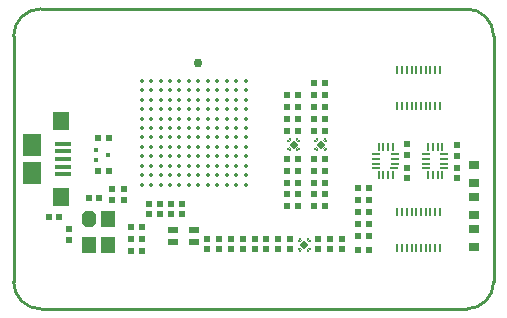
<source format=gtp>
G04*
G04 #@! TF.GenerationSoftware,Altium Limited,Altium Designer,20.1.11 (218)*
G04*
G04 Layer_Color=255*
%FSLAX44Y44*%
%MOMM*%
G71*
G04*
G04 #@! TF.SameCoordinates,FB7AA9F9-362F-42BE-8F52-ADE0DE83CFEB*
G04*
G04*
G04 #@! TF.FilePolarity,Positive*
G04*
G01*
G75*
%ADD22C,0.2540*%
%ADD23R,0.2000X0.7000*%
%ADD24R,0.4500X0.4000*%
%ADD25R,0.8500X0.5000*%
%ADD26R,1.6000X1.9000*%
%ADD27R,1.4000X1.6000*%
%ADD28R,1.3500X0.4000*%
%ADD29R,0.5100X0.6000*%
%ADD30C,0.7500*%
%ADD31C,0.3500*%
G04:AMPARAMS|DCode=32|XSize=1.2mm|YSize=1.4mm|CornerRadius=0mm|HoleSize=0mm|Usage=FLASHONLY|Rotation=0.000|XOffset=0mm|YOffset=0mm|HoleType=Round|Shape=Octagon|*
%AMOCTAGOND32*
4,1,8,-0.3000,0.7000,0.3000,0.7000,0.6000,0.4000,0.6000,-0.4000,0.3000,-0.7000,-0.3000,-0.7000,-0.6000,-0.4000,-0.6000,0.4000,-0.3000,0.7000,0.0*
%
%ADD32OCTAGOND32*%

%ADD33R,1.2000X1.4000*%
%ADD34R,0.2000X0.6500*%
%ADD35R,0.7500X0.2000*%
%ADD36R,0.6500X0.2000*%
%ADD37R,0.6000X0.5100*%
%ADD38R,0.8800X0.7100*%
%ADD39R,0.2600X0.2400*%
%ADD40R,0.1000X0.1000*%
G04:AMPARAMS|DCode=41|XSize=0.1mm|YSize=0.235mm|CornerRadius=0mm|HoleSize=0mm|Usage=FLASHONLY|Rotation=135.000|XOffset=0mm|YOffset=0mm|HoleType=Round|Shape=Rectangle|*
%AMROTATEDRECTD41*
4,1,4,0.1184,0.0477,-0.0477,-0.1184,-0.1184,-0.0477,0.0477,0.1184,0.1184,0.0477,0.0*
%
%ADD41ROTATEDRECTD41*%

%ADD42R,0.3900X0.1100*%
%ADD43R,0.2400X0.2600*%
%ADD44P,0.7354X4X180.0*%
G04:AMPARAMS|DCode=45|XSize=0.235mm|YSize=0.1mm|CornerRadius=0mm|HoleSize=0mm|Usage=FLASHONLY|Rotation=135.000|XOffset=0mm|YOffset=0mm|HoleType=Round|Shape=Rectangle|*
%AMROTATEDRECTD45*
4,1,4,0.1184,-0.0477,0.0477,-0.1184,-0.1184,0.0477,-0.0477,0.1184,0.1184,-0.0477,0.0*
%
%ADD45ROTATEDRECTD45*%

%ADD46R,0.2400X0.2600*%
%ADD47R,0.1000X0.1000*%
G04:AMPARAMS|DCode=48|XSize=0.1mm|YSize=0.235mm|CornerRadius=0mm|HoleSize=0mm|Usage=FLASHONLY|Rotation=225.000|XOffset=0mm|YOffset=0mm|HoleType=Round|Shape=Rectangle|*
%AMROTATEDRECTD48*
4,1,4,-0.0477,0.1184,0.1184,-0.0477,0.0477,-0.1184,-0.1184,0.0477,-0.0477,0.1184,0.0*
%
%ADD48ROTATEDRECTD48*%

%ADD49R,0.1100X0.3900*%
%ADD50R,0.2600X0.2400*%
%ADD51P,0.7354X4X270.0*%
G04:AMPARAMS|DCode=52|XSize=0.235mm|YSize=0.1mm|CornerRadius=0mm|HoleSize=0mm|Usage=FLASHONLY|Rotation=225.000|XOffset=0mm|YOffset=0mm|HoleType=Round|Shape=Rectangle|*
%AMROTATEDRECTD52*
4,1,4,0.0477,0.1184,0.1184,0.0477,-0.0477,-0.1184,-0.1184,-0.0477,0.0477,0.1184,0.0*
%
%ADD52ROTATEDRECTD52*%

D22*
X22860Y254000D02*
G03*
X-10Y231150I-10J-22860D01*
G01*
X10Y22870D02*
G03*
X22860Y0I22860J-10D01*
G01*
X406420Y231150D02*
G03*
X383570Y254020I-22860J10D01*
G01*
X383570Y0D02*
G03*
X406440Y22850I10J22860D01*
G01*
X22860Y254000D02*
X383540Y254000D01*
X406420Y22830D02*
Y231140D01*
X22870Y0D02*
X383540Y0D01*
X0Y22880D02*
Y231120D01*
D23*
X360900Y202400D02*
D03*
Y171600D02*
D03*
X356900Y202400D02*
D03*
Y171600D02*
D03*
X352900Y202400D02*
D03*
Y171600D02*
D03*
X348900Y202400D02*
D03*
Y171600D02*
D03*
X344900Y202400D02*
D03*
Y171600D02*
D03*
X340900Y202400D02*
D03*
Y171600D02*
D03*
X336900Y202400D02*
D03*
Y171600D02*
D03*
X332900Y202400D02*
D03*
Y171600D02*
D03*
X328900Y202400D02*
D03*
Y171600D02*
D03*
X324900Y202400D02*
D03*
Y171600D02*
D03*
Y51600D02*
D03*
Y82400D02*
D03*
X328900Y51600D02*
D03*
Y82400D02*
D03*
X332900Y51600D02*
D03*
Y82400D02*
D03*
X336900Y51600D02*
D03*
Y82400D02*
D03*
X340900Y51600D02*
D03*
Y82400D02*
D03*
X344900Y51600D02*
D03*
Y82400D02*
D03*
X348900Y51600D02*
D03*
Y82400D02*
D03*
X352900Y51600D02*
D03*
Y82400D02*
D03*
X356900Y51600D02*
D03*
Y82400D02*
D03*
X360900Y51600D02*
D03*
Y82400D02*
D03*
D24*
X80083Y130419D02*
D03*
X69583Y126419D02*
D03*
Y134419D02*
D03*
D25*
X152830Y57000D02*
D03*
X135330D02*
D03*
X152830Y67000D02*
D03*
X135330D02*
D03*
D26*
X15260Y115000D02*
D03*
Y139000D02*
D03*
D27*
X39760Y95000D02*
D03*
X39760Y159000D02*
D03*
D28*
X42010Y114000D02*
D03*
X42010Y120500D02*
D03*
X42010Y140000D02*
D03*
X42010Y127000D02*
D03*
X42010Y133500D02*
D03*
D29*
X71700Y116840D02*
D03*
X80700D02*
D03*
X63580Y94000D02*
D03*
X72580D02*
D03*
X108500Y59000D02*
D03*
X99500D02*
D03*
X29580Y78000D02*
D03*
X38580D02*
D03*
X114580Y89000D02*
D03*
X123580D02*
D03*
X114580Y80000D02*
D03*
X123580D02*
D03*
X240580Y107000D02*
D03*
X231580D02*
D03*
X240580Y117000D02*
D03*
X231580D02*
D03*
X240580Y127000D02*
D03*
X231580D02*
D03*
X240580Y151000D02*
D03*
X231580D02*
D03*
X240580Y161000D02*
D03*
X231580D02*
D03*
X240580Y171000D02*
D03*
X231580D02*
D03*
X263580Y107000D02*
D03*
X254580D02*
D03*
X263580Y117000D02*
D03*
X254580D02*
D03*
X263580Y127000D02*
D03*
X254580D02*
D03*
X263580Y151000D02*
D03*
X254580D02*
D03*
X263580Y161000D02*
D03*
X254580D02*
D03*
X263580Y171000D02*
D03*
X254580D02*
D03*
X240580Y181000D02*
D03*
X231580D02*
D03*
X263580D02*
D03*
X254580D02*
D03*
X300500Y50000D02*
D03*
X291500D02*
D03*
X240580Y97000D02*
D03*
X231580D02*
D03*
X263580D02*
D03*
X254580D02*
D03*
X71700Y144780D02*
D03*
X80700D02*
D03*
X99500Y69000D02*
D03*
X108500D02*
D03*
X99500Y49000D02*
D03*
X108500D02*
D03*
X291500Y102000D02*
D03*
X300500D02*
D03*
X142580Y89000D02*
D03*
X133580D02*
D03*
Y80000D02*
D03*
X142580D02*
D03*
X231580Y87000D02*
D03*
X240580D02*
D03*
X254580D02*
D03*
X263580D02*
D03*
X291500Y92000D02*
D03*
X300500D02*
D03*
X291500Y82000D02*
D03*
X300500D02*
D03*
X291500Y72000D02*
D03*
X300500D02*
D03*
X291500Y62000D02*
D03*
X300500D02*
D03*
X263580Y191000D02*
D03*
X254580D02*
D03*
D30*
X156080Y208000D02*
D03*
D31*
X108460Y105160D02*
D03*
Y113160D02*
D03*
Y121160D02*
D03*
Y129160D02*
D03*
Y137160D02*
D03*
Y145160D02*
D03*
Y153160D02*
D03*
Y161160D02*
D03*
Y169160D02*
D03*
Y177160D02*
D03*
X116460Y105160D02*
D03*
Y113160D02*
D03*
Y121160D02*
D03*
Y129160D02*
D03*
Y137160D02*
D03*
Y145160D02*
D03*
Y153160D02*
D03*
Y161160D02*
D03*
Y169160D02*
D03*
Y177160D02*
D03*
X124460Y105160D02*
D03*
Y113160D02*
D03*
Y121160D02*
D03*
Y129160D02*
D03*
Y137160D02*
D03*
Y145160D02*
D03*
Y153160D02*
D03*
Y161160D02*
D03*
Y169160D02*
D03*
Y177160D02*
D03*
X132460Y105160D02*
D03*
Y113160D02*
D03*
Y121160D02*
D03*
Y129160D02*
D03*
Y137160D02*
D03*
Y145160D02*
D03*
Y153160D02*
D03*
Y161160D02*
D03*
Y169160D02*
D03*
Y177160D02*
D03*
X140460Y105160D02*
D03*
Y113160D02*
D03*
Y121160D02*
D03*
Y129160D02*
D03*
Y137160D02*
D03*
Y145160D02*
D03*
Y153160D02*
D03*
Y161160D02*
D03*
Y169160D02*
D03*
Y177160D02*
D03*
X148460Y105160D02*
D03*
Y113160D02*
D03*
Y121160D02*
D03*
Y129160D02*
D03*
Y137160D02*
D03*
Y145160D02*
D03*
Y153160D02*
D03*
Y161160D02*
D03*
Y169160D02*
D03*
Y177160D02*
D03*
X156460Y105160D02*
D03*
Y113160D02*
D03*
Y121160D02*
D03*
Y129160D02*
D03*
Y137160D02*
D03*
Y145160D02*
D03*
Y153160D02*
D03*
Y161160D02*
D03*
Y169160D02*
D03*
Y177160D02*
D03*
X164460Y105160D02*
D03*
Y113160D02*
D03*
Y121160D02*
D03*
Y129160D02*
D03*
Y137160D02*
D03*
Y145160D02*
D03*
Y153160D02*
D03*
Y161160D02*
D03*
Y169160D02*
D03*
Y177160D02*
D03*
X172460Y105160D02*
D03*
Y113160D02*
D03*
Y121160D02*
D03*
Y129160D02*
D03*
Y137160D02*
D03*
Y145160D02*
D03*
Y153160D02*
D03*
Y161160D02*
D03*
Y169160D02*
D03*
Y177160D02*
D03*
X180460Y105160D02*
D03*
Y113160D02*
D03*
Y121160D02*
D03*
Y129160D02*
D03*
Y137160D02*
D03*
Y145160D02*
D03*
Y153160D02*
D03*
Y161160D02*
D03*
Y169160D02*
D03*
Y177160D02*
D03*
Y193160D02*
D03*
Y185160D02*
D03*
X172460Y193160D02*
D03*
Y185160D02*
D03*
X164460Y193160D02*
D03*
Y185160D02*
D03*
X156460Y193160D02*
D03*
Y185160D02*
D03*
X148460Y193160D02*
D03*
Y185160D02*
D03*
X140460Y193160D02*
D03*
Y185160D02*
D03*
X132460Y193160D02*
D03*
Y185160D02*
D03*
X124460Y193160D02*
D03*
Y185160D02*
D03*
X116460Y193160D02*
D03*
Y185160D02*
D03*
X108460Y193160D02*
D03*
Y185160D02*
D03*
X188460D02*
D03*
Y193160D02*
D03*
X196460Y185160D02*
D03*
Y193160D02*
D03*
Y177160D02*
D03*
Y169160D02*
D03*
Y161160D02*
D03*
Y153160D02*
D03*
Y145160D02*
D03*
Y137160D02*
D03*
Y129160D02*
D03*
Y121160D02*
D03*
Y113160D02*
D03*
Y105160D02*
D03*
X188460Y177160D02*
D03*
Y169160D02*
D03*
Y161160D02*
D03*
Y153160D02*
D03*
Y145160D02*
D03*
Y137160D02*
D03*
Y129160D02*
D03*
Y121160D02*
D03*
Y113160D02*
D03*
Y105160D02*
D03*
D32*
X64080Y76000D02*
D03*
D33*
X80080D02*
D03*
X64080Y54000D02*
D03*
X80080D02*
D03*
D34*
X321000Y136750D02*
D03*
X317000D02*
D03*
X313000D02*
D03*
X309000D02*
D03*
Y113250D02*
D03*
X313000D02*
D03*
X317000D02*
D03*
X321000D02*
D03*
X363000D02*
D03*
X359000D02*
D03*
X355000D02*
D03*
X351000D02*
D03*
Y136750D02*
D03*
X355000D02*
D03*
X359000D02*
D03*
X363000D02*
D03*
D35*
X322250Y119000D02*
D03*
X364250D02*
D03*
D36*
X322750Y123000D02*
D03*
Y127000D02*
D03*
Y131000D02*
D03*
X307250D02*
D03*
Y127000D02*
D03*
Y123000D02*
D03*
Y119000D02*
D03*
X349250D02*
D03*
Y123000D02*
D03*
Y127000D02*
D03*
Y131000D02*
D03*
X364750D02*
D03*
Y127000D02*
D03*
Y123000D02*
D03*
D37*
X93080Y92500D02*
D03*
Y101500D02*
D03*
X234080Y50500D02*
D03*
Y59500D02*
D03*
X214080Y50500D02*
D03*
Y59500D02*
D03*
X224080Y50500D02*
D03*
Y59500D02*
D03*
X258080Y50500D02*
D03*
Y59500D02*
D03*
X268080Y50500D02*
D03*
Y59500D02*
D03*
X278080Y50500D02*
D03*
Y59500D02*
D03*
X375000Y129500D02*
D03*
Y138500D02*
D03*
X333000Y119500D02*
D03*
Y110500D02*
D03*
X194080Y59500D02*
D03*
Y50500D02*
D03*
X47080Y58500D02*
D03*
Y67500D02*
D03*
X83080Y92500D02*
D03*
Y101500D02*
D03*
X184080Y50500D02*
D03*
Y59500D02*
D03*
X174080Y50500D02*
D03*
Y59500D02*
D03*
X164080Y50500D02*
D03*
Y59500D02*
D03*
X204080D02*
D03*
Y50500D02*
D03*
X333000Y130500D02*
D03*
Y139500D02*
D03*
X375000Y119500D02*
D03*
Y110500D02*
D03*
D38*
X390000Y94500D02*
D03*
Y79500D02*
D03*
Y121500D02*
D03*
Y106500D02*
D03*
Y67500D02*
D03*
Y52500D02*
D03*
D39*
X249330Y49200D02*
D03*
Y58800D02*
D03*
X242830D02*
D03*
Y49200D02*
D03*
D40*
X251080Y49000D02*
D03*
X249780Y50600D02*
D03*
X242380Y57400D02*
D03*
X249780D02*
D03*
X242380Y50600D02*
D03*
D41*
X249210Y50880D02*
D03*
X242950Y57120D02*
D03*
D42*
X250130Y50000D02*
D03*
X242030Y58000D02*
D03*
X250130D02*
D03*
X242030Y50000D02*
D03*
D43*
X250880Y50750D02*
D03*
X241280Y57250D02*
D03*
X250880D02*
D03*
X241280Y50750D02*
D03*
D44*
X246080Y54000D02*
D03*
D45*
X249210Y57120D02*
D03*
X242950Y50880D02*
D03*
D46*
X241880Y142250D02*
D03*
X232280D02*
D03*
Y135750D02*
D03*
X241880D02*
D03*
X264880Y142250D02*
D03*
X255280D02*
D03*
Y135750D02*
D03*
X264880D02*
D03*
D47*
X242080Y144000D02*
D03*
X240480Y142700D02*
D03*
X233680Y135300D02*
D03*
Y142700D02*
D03*
X240480Y135300D02*
D03*
X265080Y144000D02*
D03*
X263480Y142700D02*
D03*
X256680Y135300D02*
D03*
Y142700D02*
D03*
X263480Y135300D02*
D03*
D48*
X240200Y142130D02*
D03*
X233960Y135870D02*
D03*
X263200Y142130D02*
D03*
X256960Y135870D02*
D03*
D49*
X241080Y143050D02*
D03*
X233080Y134950D02*
D03*
Y143050D02*
D03*
X241080Y134950D02*
D03*
X264080Y143050D02*
D03*
X256080Y134950D02*
D03*
Y143050D02*
D03*
X264080Y134950D02*
D03*
D50*
X240330Y143800D02*
D03*
X233830Y134200D02*
D03*
Y143800D02*
D03*
X240330Y134200D02*
D03*
X263330Y143800D02*
D03*
X256830Y134200D02*
D03*
Y143800D02*
D03*
X263330Y134200D02*
D03*
D51*
X237080Y139000D02*
D03*
X260080D02*
D03*
D52*
X233960Y142130D02*
D03*
X240200Y135870D02*
D03*
X256960Y142130D02*
D03*
X263200Y135870D02*
D03*
M02*

</source>
